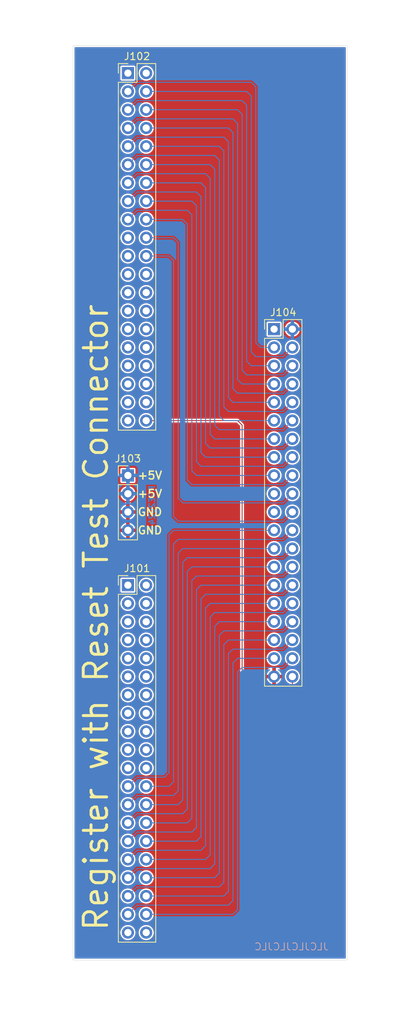
<source format=kicad_pcb>
(kicad_pcb (version 20240108) (generator "pcbnew") (generator_version "8.0")
  (title_block (title "Register with Reset Test Connector") (rev "0"))
  (layers (0 "F.Cu" signal) (31 "B.Cu" signal) (34 "B.Paste" user) (35 "F.Paste" user) (36 "B.SilkS" user "B.Silkscreen") (37 "F.SilkS" user "F.Silkscreen") (38 "B.Mask" user) (39 "F.Mask" user) (44 "Edge.Cuts" user))
  (net 0 "")
  (net 4 "/Reg0.Out6")
  (net 7 "/Reg0.Out2")
  (net 8 "/Reg1.Out2")
  (net 9 "/Reg0.Out7")
  (net 13 "/Reg0.Out0")
  (net 15 "/Reg1.Out0")
  (net 17 "/Reg1.Out7")
  (net 18 "/Reg0.Out4")
  (net 21 "/Reg1.Out5")
  (net 24 "/Reg1.Out4")
  (net 25 "/Reg1.Out1")
  (net 26 "/Reg0.Out1")
  (net 31 "/Reg1.Out6")
  (net 35 "/Reg0.Out5")
  (net 36 "/Reg1.Out3")
  (net 38 "/Reg0.Out3")
  (net 41 "/Reg0.In3")
  (net 42 "/Reg0.In7")
  (net 45 "/Reg1.In0")
  (net 46 "/Reg1.In6")
  (net 47 "/Reg0.In2")
  (net 49 "/~{OE}")
  (net 52 "/Reg0.In0")
  (net 53 "/~{RESET}")
  (net 54 "/Reg0.In1")
  (net 61 "/Reg1.In3")
  (net 62 "/Reg0.In4")
  (net 63 "/Reg1.In7")
  (net 64 "/Reg1.In2")
  (net 66 "/Reg1.In1")
  (net 68 "/CLK")
  (net 69 "/Reg1.In5")
  (net 74 "/Reg0.In5")
  (net 76 "/Reg1.In4")
  (net 78 "/Reg0.In6")
  (net 81 "+5V")
  (net 82 "GND")
  (footprint "Connector_PinHeader_2.54mm:PinHeader_2x20_P2.54mm_Vertical" (layer "F.Cu") (at 109.22 121.92)
    (property "Reference" "J101" (at 1.27 -2.33 0) (layer "F.SilkS"))
    (property "Value" "Conn_02x20_Odd_Even")
    (fp_line (start -1.33 -1.33) (end 0 -1.33) (stroke (width 0.12)) (layer "F.SilkS"))
    (fp_line (start -1.33 0) (end -1.33 -1.33) (stroke (width 0.12)) (layer "F.SilkS"))
    (fp_line (start -1.33 1.27) (end -1.33 49.59) (stroke (width 0.12)) (layer "F.SilkS"))
    (fp_line (start -1.33 1.27) (end 1.27 1.27) (stroke (width 0.12)) (layer "F.SilkS"))
    (fp_line (start -1.33 49.59) (end 3.87 49.59) (stroke (width 0.12)) (layer "F.SilkS"))
    (fp_line (start 1.27 -1.33) (end 3.87 -1.33) (stroke (width 0.12)) (layer "F.SilkS"))
    (fp_line (start 1.27 1.27) (end 1.27 -1.33) (stroke (width 0.12)) (layer "F.SilkS"))
    (fp_line (start 3.87 -1.33) (end 3.87 49.59) (stroke (width 0.12)) (layer "F.SilkS"))
    (pad "1" thru_hole rect (at 0 0) (size 1.7 1.7) (drill 1) (layers "*.Cu" "*.Mask"))
    (pad "2" thru_hole oval (at 2.54 0) (size 1.7 1.7) (drill 1) (layers "*.Cu" "*.Mask"))
    (pad "3" thru_hole oval (at 0 2.54) (size 1.7 1.7) (drill 1) (layers "*.Cu" "*.Mask"))
    (pad "4" thru_hole oval (at 2.54 2.54) (size 1.7 1.7) (drill 1) (layers "*.Cu" "*.Mask"))
    (pad "5" thru_hole oval (at 0 5.08) (size 1.7 1.7) (drill 1) (layers "*.Cu" "*.Mask"))
    (pad "6" thru_hole oval (at 2.54 5.08) (size 1.7 1.7) (drill 1) (layers "*.Cu" "*.Mask"))
    (pad "7" thru_hole oval (at 0 7.62) (size 1.7 1.7) (drill 1) (layers "*.Cu" "*.Mask"))
    (pad "8" thru_hole oval (at 2.54 7.62) (size 1.7 1.7) (drill 1) (layers "*.Cu" "*.Mask"))
    (pad "9" thru_hole oval (at 0 10.16) (size 1.7 1.7) (drill 1) (layers "*.Cu" "*.Mask"))
    (pad "10" thru_hole oval (at 2.54 10.16) (size 1.7 1.7) (drill 1) (layers "*.Cu" "*.Mask"))
    (pad "11" thru_hole oval (at 0 12.7) (size 1.7 1.7) (drill 1) (layers "*.Cu" "*.Mask"))
    (pad "12" thru_hole oval (at 2.54 12.7) (size 1.7 1.7) (drill 1) (layers "*.Cu" "*.Mask"))
    (pad "13" thru_hole oval (at 0 15.24) (size 1.7 1.7) (drill 1) (layers "*.Cu" "*.Mask"))
    (pad "14" thru_hole oval (at 2.54 15.24) (size 1.7 1.7) (drill 1) (layers "*.Cu" "*.Mask"))
    (pad "15" thru_hole oval (at 0 17.78) (size 1.7 1.7) (drill 1) (layers "*.Cu" "*.Mask"))
    (pad "16" thru_hole oval (at 2.54 17.78) (size 1.7 1.7) (drill 1) (layers "*.Cu" "*.Mask"))
    (pad "17" thru_hole oval (at 0 20.32) (size 1.7 1.7) (drill 1) (layers "*.Cu" "*.Mask"))
    (pad "18" thru_hole oval (at 2.54 20.32) (size 1.7 1.7) (drill 1) (layers "*.Cu" "*.Mask"))
    (pad "19" thru_hole oval (at 0 22.86) (size 1.7 1.7) (drill 1) (layers "*.Cu" "*.Mask"))
    (pad "20" thru_hole oval (at 2.54 22.86) (size 1.7 1.7) (drill 1) (layers "*.Cu" "*.Mask"))
    (pad "21" thru_hole oval (at 0 25.4) (size 1.7 1.7) (drill 1) (layers "*.Cu" "*.Mask"))
    (pad "22" thru_hole oval (at 2.54 25.4) (size 1.7 1.7) (drill 1) (layers "*.Cu" "*.Mask"))
    (pad "23" thru_hole oval (at 0 27.94) (size 1.7 1.7) (drill 1) (layers "*.Cu" "*.Mask") (net 13 "/Reg0.Out0"))
    (pad "24" thru_hole oval (at 2.54 27.94) (size 1.7 1.7) (drill 1) (layers "*.Cu" "*.Mask") (net 26 "/Reg0.Out1"))
    (pad "25" thru_hole oval (at 0 30.48) (size 1.7 1.7) (drill 1) (layers "*.Cu" "*.Mask") (net 7 "/Reg0.Out2"))
    (pad "26" thru_hole oval (at 2.54 30.48) (size 1.7 1.7) (drill 1) (layers "*.Cu" "*.Mask") (net 38 "/Reg0.Out3"))
    (pad "27" thru_hole oval (at 0 33.02) (size 1.7 1.7) (drill 1) (layers "*.Cu" "*.Mask") (net 18 "/Reg0.Out4"))
    (pad "28" thru_hole oval (at 2.54 33.02) (size 1.7 1.7) (drill 1) (layers "*.Cu" "*.Mask") (net 35 "/Reg0.Out5"))
    (pad "29" thru_hole oval (at 0 35.56) (size 1.7 1.7) (drill 1) (layers "*.Cu" "*.Mask") (net 4 "/Reg0.Out6"))
    (pad "30" thru_hole oval (at 2.54 35.56) (size 1.7 1.7) (drill 1) (layers "*.Cu" "*.Mask") (net 9 "/Reg0.Out7"))
    (pad "31" thru_hole oval (at 0 38.1) (size 1.7 1.7) (drill 1) (layers "*.Cu" "*.Mask") (net 15 "/Reg1.Out0"))
    (pad "32" thru_hole oval (at 2.54 38.1) (size 1.7 1.7) (drill 1) (layers "*.Cu" "*.Mask") (net 25 "/Reg1.Out1"))
    (pad "33" thru_hole oval (at 0 40.64) (size 1.7 1.7) (drill 1) (layers "*.Cu" "*.Mask") (net 8 "/Reg1.Out2"))
    (pad "34" thru_hole oval (at 2.54 40.64) (size 1.7 1.7) (drill 1) (layers "*.Cu" "*.Mask") (net 36 "/Reg1.Out3"))
    (pad "35" thru_hole oval (at 0 43.18) (size 1.7 1.7) (drill 1) (layers "*.Cu" "*.Mask") (net 24 "/Reg1.Out4"))
    (pad "36" thru_hole oval (at 2.54 43.18) (size 1.7 1.7) (drill 1) (layers "*.Cu" "*.Mask") (net 21 "/Reg1.Out5"))
    (pad "37" thru_hole oval (at 0 45.72) (size 1.7 1.7) (drill 1) (layers "*.Cu" "*.Mask") (net 31 "/Reg1.Out6"))
    (pad "38" thru_hole oval (at 2.54 45.72) (size 1.7 1.7) (drill 1) (layers "*.Cu" "*.Mask") (net 17 "/Reg1.Out7"))
    (pad "39" thru_hole oval (at 0 48.26) (size 1.7 1.7) (drill 1) (layers "*.Cu" "*.Mask"))
    (pad "40" thru_hole oval (at 2.54 48.26) (size 1.7 1.7) (drill 1) (layers "*.Cu" "*.Mask"))
  )
  (footprint "Connector_PinHeader_2.54mm:PinHeader_2x20_P2.54mm_Vertical" (layer "F.Cu") (at 129.54 86.36)
    (property "Reference" "J104" (at 1.27 -2.33 0) (layer "F.SilkS"))
    (property "Value" "Conn_02x20_Odd_Even")
    (fp_line (start -1.33 -1.33) (end 0 -1.33) (stroke (width 0.12)) (layer "F.SilkS"))
    (fp_line (start -1.33 0) (end -1.33 -1.33) (stroke (width 0.12)) (layer "F.SilkS"))
    (fp_line (start -1.33 1.27) (end -1.33 49.59) (stroke (width 0.12)) (layer "F.SilkS"))
    (fp_line (start -1.33 1.27) (end 1.27 1.27) (stroke (width 0.12)) (layer "F.SilkS"))
    (fp_line (start -1.33 49.59) (end 3.87 49.59) (stroke (width 0.12)) (layer "F.SilkS"))
    (fp_line (start 1.27 -1.33) (end 3.87 -1.33) (stroke (width 0.12)) (layer "F.SilkS"))
    (fp_line (start 1.27 1.27) (end 1.27 -1.33) (stroke (width 0.12)) (layer "F.SilkS"))
    (fp_line (start 3.87 -1.33) (end 3.87 49.59) (stroke (width 0.12)) (layer "F.SilkS"))
    (pad "1" thru_hole rect (at 0 0) (size 1.7 1.7) (drill 1) (layers "*.Cu" "*.Mask"))
    (pad "2" thru_hole oval (at 2.54 0) (size 1.7 1.7) (drill 1) (layers "*.Cu" "*.Mask") (net 81 "+5V"))
    (pad "3" thru_hole oval (at 0 2.54) (size 1.7 1.7) (drill 1) (layers "*.Cu" "*.Mask") (net 52 "/Reg0.In0"))
    (pad "4" thru_hole oval (at 2.54 2.54) (size 1.7 1.7) (drill 1) (layers "*.Cu" "*.Mask") (net 54 "/Reg0.In1"))
    (pad "5" thru_hole oval (at 0 5.08) (size 1.7 1.7) (drill 1) (layers "*.Cu" "*.Mask") (net 47 "/Reg0.In2"))
    (pad "6" thru_hole oval (at 2.54 5.08) (size 1.7 1.7) (drill 1) (layers "*.Cu" "*.Mask") (net 41 "/Reg0.In3"))
    (pad "7" thru_hole oval (at 0 7.62) (size 1.7 1.7) (drill 1) (layers "*.Cu" "*.Mask") (net 62 "/Reg0.In4"))
    (pad "8" thru_hole oval (at 2.54 7.62) (size 1.7 1.7) (drill 1) (layers "*.Cu" "*.Mask") (net 74 "/Reg0.In5"))
    (pad "9" thru_hole oval (at 0 10.16) (size 1.7 1.7) (drill 1) (layers "*.Cu" "*.Mask") (net 78 "/Reg0.In6"))
    (pad "10" thru_hole oval (at 2.54 10.16) (size 1.7 1.7) (drill 1) (layers "*.Cu" "*.Mask") (net 42 "/Reg0.In7"))
    (pad "11" thru_hole oval (at 0 12.7) (size 1.7 1.7) (drill 1) (layers "*.Cu" "*.Mask") (net 45 "/Reg1.In0"))
    (pad "12" thru_hole oval (at 2.54 12.7) (size 1.7 1.7) (drill 1) (layers "*.Cu" "*.Mask") (net 66 "/Reg1.In1"))
    (pad "13" thru_hole oval (at 0 15.24) (size 1.7 1.7) (drill 1) (layers "*.Cu" "*.Mask") (net 64 "/Reg1.In2"))
    (pad "14" thru_hole oval (at 2.54 15.24) (size 1.7 1.7) (drill 1) (layers "*.Cu" "*.Mask") (net 61 "/Reg1.In3"))
    (pad "15" thru_hole oval (at 0 17.78) (size 1.7 1.7) (drill 1) (layers "*.Cu" "*.Mask") (net 76 "/Reg1.In4"))
    (pad "16" thru_hole oval (at 2.54 17.78) (size 1.7 1.7) (drill 1) (layers "*.Cu" "*.Mask") (net 69 "/Reg1.In5"))
    (pad "17" thru_hole oval (at 0 20.32) (size 1.7 1.7) (drill 1) (layers "*.Cu" "*.Mask") (net 46 "/Reg1.In6"))
    (pad "18" thru_hole oval (at 2.54 20.32) (size 1.7 1.7) (drill 1) (layers "*.Cu" "*.Mask") (net 63 "/Reg1.In7"))
    (pad "19" thru_hole oval (at 0 22.86) (size 1.7 1.7) (drill 1) (layers "*.Cu" "*.Mask"))
    (pad "20" thru_hole oval (at 2.54 22.86) (size 1.7 1.7) (drill 1) (layers "*.Cu" "*.Mask") (net 53 "/~{RESET}"))
    (pad "21" thru_hole oval (at 0 25.4) (size 1.7 1.7) (drill 1) (layers "*.Cu" "*.Mask"))
    (pad "22" thru_hole oval (at 2.54 25.4) (size 1.7 1.7) (drill 1) (layers "*.Cu" "*.Mask") (net 68 "/CLK"))
    (pad "23" thru_hole oval (at 0 27.94) (size 1.7 1.7) (drill 1) (layers "*.Cu" "*.Mask") (net 13 "/Reg0.Out0"))
    (pad "24" thru_hole oval (at 2.54 27.94) (size 1.7 1.7) (drill 1) (layers "*.Cu" "*.Mask") (net 26 "/Reg0.Out1"))
    (pad "25" thru_hole oval (at 0 30.48) (size 1.7 1.7) (drill 1) (layers "*.Cu" "*.Mask") (net 7 "/Reg0.Out2"))
    (pad "26" thru_hole oval (at 2.54 30.48) (size 1.7 1.7) (drill 1) (layers "*.Cu" "*.Mask") (net 38 "/Reg0.Out3"))
    (pad "27" thru_hole oval (at 0 33.02) (size 1.7 1.7) (drill 1) (layers "*.Cu" "*.Mask") (net 18 "/Reg0.Out4"))
    (pad "28" thru_hole oval (at 2.54 33.02) (size 1.7 1.7) (drill 1) (layers "*.Cu" "*.Mask") (net 35 "/Reg0.Out5"))
    (pad "29" thru_hole oval (at 0 35.56) (size 1.7 1.7) (drill 1) (layers "*.Cu" "*.Mask") (net 4 "/Reg0.Out6"))
    (pad "30" thru_hole oval (at 2.54 35.56) (size 1.7 1.7) (drill 1) (layers "*.Cu" "*.Mask") (net 9 "/Reg0.Out7"))
    (pad "31" thru_hole oval (at 0 38.1) (size 1.7 1.7) (drill 1) (layers "*.Cu" "*.Mask") (net 15 "/Reg1.Out0"))
    (pad "32" thru_hole oval (at 2.54 38.1) (size 1.7 1.7) (drill 1) (layers "*.Cu" "*.Mask") (net 25 "/Reg1.Out1"))
    (pad "33" thru_hole oval (at 0 40.64) (size 1.7 1.7) (drill 1) (layers "*.Cu" "*.Mask") (net 8 "/Reg1.Out2"))
    (pad "34" thru_hole oval (at 2.54 40.64) (size 1.7 1.7) (drill 1) (layers "*.Cu" "*.Mask") (net 36 "/Reg1.Out3"))
    (pad "35" thru_hole oval (at 0 43.18) (size 1.7 1.7) (drill 1) (layers "*.Cu" "*.Mask") (net 24 "/Reg1.Out4"))
    (pad "36" thru_hole oval (at 2.54 43.18) (size 1.7 1.7) (drill 1) (layers "*.Cu" "*.Mask") (net 21 "/Reg1.Out5"))
    (pad "37" thru_hole oval (at 0 45.72) (size 1.7 1.7) (drill 1) (layers "*.Cu" "*.Mask") (net 31 "/Reg1.Out6"))
    (pad "38" thru_hole oval (at 2.54 45.72) (size 1.7 1.7) (drill 1) (layers "*.Cu" "*.Mask") (net 17 "/Reg1.Out7"))
    (pad "39" thru_hole oval (at 0 48.26) (size 1.7 1.7) (drill 1) (layers "*.Cu" "*.Mask") (net 82 "GND"))
    (pad "40" thru_hole oval (at 2.54 48.26) (size 1.7 1.7) (drill 1) (layers "*.Cu" "*.Mask") (net 49 "/~{OE}"))
  )
  (footprint "Connector_PinHeader_2.54mm:PinHeader_2x20_P2.54mm_Vertical" (layer "F.Cu") (at 109.22 50.8)
    (property "Reference" "J102" (at 1.27 -2.33 0) (layer "F.SilkS"))
    (property "Value" "Conn_02x20_Odd_Even")
    (fp_line (start -1.33 -1.33) (end 0 -1.33) (stroke (width 0.12)) (layer "F.SilkS"))
    (fp_line (start -1.33 0) (end -1.33 -1.33) (stroke (width 0.12)) (layer "F.SilkS"))
    (fp_line (start -1.33 1.27) (end -1.33 49.59) (stroke (width 0.12)) (layer "F.SilkS"))
    (fp_line (start -1.33 1.27) (end 1.27 1.27) (stroke (width 0.12)) (layer "F.SilkS"))
    (fp_line (start -1.33 49.59) (end 3.87 49.59) (stroke (width 0.12)) (layer "F.SilkS"))
    (fp_line (start 1.27 -1.33) (end 3.87 -1.33) (stroke (width 0.12)) (layer "F.SilkS"))
    (fp_line (start 1.27 1.27) (end 1.27 -1.33) (stroke (width 0.12)) (layer "F.SilkS"))
    (fp_line (start 3.87 -1.33) (end 3.87 49.59) (stroke (width 0.12)) (layer "F.SilkS"))
    (pad "1" thru_hole rect (at 0 0) (size 1.7 1.7) (drill 1) (layers "*.Cu" "*.Mask"))
    (pad "2" thru_hole oval (at 2.54 0) (size 1.7 1.7) (drill 1) (layers "*.Cu" "*.Mask"))
    (pad "3" thru_hole oval (at 0 2.54) (size 1.7 1.7) (drill 1) (layers "*.Cu" "*.Mask") (net 52 "/Reg0.In0"))
    (pad "4" thru_hole oval (at 2.54 2.54) (size 1.7 1.7) (drill 1) (layers "*.Cu" "*.Mask") (net 54 "/Reg0.In1"))
    (pad "5" thru_hole oval (at 0 5.08) (size 1.7 1.7) (drill 1) (layers "*.Cu" "*.Mask") (net 47 "/Reg0.In2"))
    (pad "6" thru_hole oval (at 2.54 5.08) (size 1.7 1.7) (drill 1) (layers "*.Cu" "*.Mask") (net 41 "/Reg0.In3"))
    (pad "7" thru_hole oval (at 0 7.62) (size 1.7 1.7) (drill 1) (layers "*.Cu" "*.Mask") (net 62 "/Reg0.In4"))
    (pad "8" thru_hole oval (at 2.54 7.62) (size 1.7 1.7) (drill 1) (layers "*.Cu" "*.Mask") (net 74 "/Reg0.In5"))
    (pad "9" thru_hole oval (at 0 10.16) (size 1.7 1.7) (drill 1) (layers "*.Cu" "*.Mask") (net 78 "/Reg0.In6"))
    (pad "10" thru_hole oval (at 2.54 10.16) (size 1.7 1.7) (drill 1) (layers "*.Cu" "*.Mask") (net 42 "/Reg0.In7"))
    (pad "11" thru_hole oval (at 0 12.7) (size 1.7 1.7) (drill 1) (layers "*.Cu" "*.Mask") (net 45 "/Reg1.In0"))
    (pad "12" thru_hole oval (at 2.54 12.7) (size 1.7 1.7) (drill 1) (layers "*.Cu" "*.Mask") (net 66 "/Reg1.In1"))
    (pad "13" thru_hole oval (at 0 15.24) (size 1.7 1.7) (drill 1) (layers "*.Cu" "*.Mask") (net 64 "/Reg1.In2"))
    (pad "14" thru_hole oval (at 2.54 15.24) (size 1.7 1.7) (drill 1) (layers "*.Cu" "*.Mask") (net 61 "/Reg1.In3"))
    (pad "15" thru_hole oval (at 0 17.78) (size 1.7 1.7) (drill 1) (layers "*.Cu" "*.Mask") (net 76 "/Reg1.In4"))
    (pad "16" thru_hole oval (at 2.54 17.78) (size 1.7 1.7) (drill 1) (layers "*.Cu" "*.Mask") (net 69 "/Reg1.In5"))
    (pad "17" thru_hole oval (at 0 20.32) (size 1.7 1.7) (drill 1) (layers "*.Cu" "*.Mask") (net 46 "/Reg1.In6"))
    (pad "18" thru_hole oval (at 2.54 20.32) (size 1.7 1.7) (drill 1) (layers "*.Cu" "*.Mask") (net 63 "/Reg1.In7"))
    (pad "19" thru_hole oval (at 0 22.86) (size 1.7 1.7) (drill 1) (layers "*.Cu" "*.Mask"))
    (pad "20" thru_hole oval (at 2.54 22.86) (size 1.7 1.7) (drill 1) (layers "*.Cu" "*.Mask") (net 53 "/~{RESET}"))
    (pad "21" thru_hole oval (at 0 25.4) (size 1.7 1.7) (drill 1) (layers "*.Cu" "*.Mask"))
    (pad "22" thru_hole oval (at 2.54 25.4) (size 1.7 1.7) (drill 1) (layers "*.Cu" "*.Mask") (net 68 "/CLK"))
    (pad "23" thru_hole oval (at 0 27.94) (size 1.7 1.7) (drill 1) (layers "*.Cu" "*.Mask"))
    (pad "24" thru_hole oval (at 2.54 27.94) (size 1.7 1.7) (drill 1) (layers "*.Cu" "*.Mask"))
    (pad "25" thru_hole oval (at 0 30.48) (size 1.7 1.7) (drill 1) (layers "*.Cu" "*.Mask"))
    (pad "26" thru_hole oval (at 2.54 30.48) (size 1.7 1.7) (drill 1) (layers "*.Cu" "*.Mask"))
    (pad "27" thru_hole oval (at 0 33.02) (size 1.7 1.7) (drill 1) (layers "*.Cu" "*.Mask"))
    (pad "28" thru_hole oval (at 2.54 33.02) (size 1.7 1.7) (drill 1) (layers "*.Cu" "*.Mask"))
    (pad "29" thru_hole oval (at 0 35.56) (size 1.7 1.7) (drill 1) (layers "*.Cu" "*.Mask"))
    (pad "30" thru_hole oval (at 2.54 35.56) (size 1.7 1.7) (drill 1) (layers "*.Cu" "*.Mask"))
    (pad "31" thru_hole oval (at 0 38.1) (size 1.7 1.7) (drill 1) (layers "*.Cu" "*.Mask"))
    (pad "32" thru_hole oval (at 2.54 38.1) (size 1.7 1.7) (drill 1) (layers "*.Cu" "*.Mask"))
    (pad "33" thru_hole oval (at 0 40.64) (size 1.7 1.7) (drill 1) (layers "*.Cu" "*.Mask"))
    (pad "34" thru_hole oval (at 2.54 40.64) (size 1.7 1.7) (drill 1) (layers "*.Cu" "*.Mask"))
    (pad "35" thru_hole oval (at 0 43.18) (size 1.7 1.7) (drill 1) (layers "*.Cu" "*.Mask"))
    (pad "36" thru_hole oval (at 2.54 43.18) (size 1.7 1.7) (drill 1) (layers "*.Cu" "*.Mask"))
    (pad "37" thru_hole oval (at 0 45.72) (size 1.7 1.7) (drill 1) (layers "*.Cu" "*.Mask"))
    (pad "38" thru_hole oval (at 2.54 45.72) (size 1.7 1.7) (drill 1) (layers "*.Cu" "*.Mask"))
    (pad "39" thru_hole oval (at 0 48.26) (size 1.7 1.7) (drill 1) (layers "*.Cu" "*.Mask"))
    (pad "40" thru_hole oval (at 2.54 48.26) (size 1.7 1.7) (drill 1) (layers "*.Cu" "*.Mask") (net 49 "/~{OE}"))
  )
  (footprint "Connector_PinHeader_2.54mm:PinHeader_1x04_P2.54mm_Vertical" (layer "F.Cu") (at 109.22 106.68)
    (property "Reference" "J103" (at 0 -2.33 0) (layer "F.SilkS"))
    (property "Value" "Conn_01x04")
    (fp_line (start -1.33 -1.33) (end 0 -1.33) (stroke (width 0.12)) (layer "F.SilkS"))
    (fp_line (start -1.33 0) (end -1.33 -1.33) (stroke (width 0.12)) (layer "F.SilkS"))
    (fp_line (start -1.33 1.27) (end -1.33 8.95) (stroke (width 0.12)) (layer "F.SilkS"))
    (fp_line (start -1.33 1.27) (end 1.33 1.27) (stroke (width 0.12)) (layer "F.SilkS"))
    (fp_line (start -1.33 8.95) (end 1.33 8.95) (stroke (width 0.12)) (layer "F.SilkS"))
    (fp_line (start 1.33 1.27) (end 1.33 8.95) (stroke (width 0.12)) (layer "F.SilkS"))
    (pad "1" thru_hole rect (at 0 0) (size 1.7 1.7) (drill 1) (layers "*.Cu" "*.Mask") (net 81 "+5V"))
    (pad "2" thru_hole oval (at 0 2.54) (size 1.7 1.7) (drill 1) (layers "*.Cu" "*.Mask") (net 81 "+5V"))
    (pad "3" thru_hole oval (at 0 5.08) (size 1.7 1.7) (drill 1) (layers "*.Cu" "*.Mask") (net 82 "GND"))
    (pad "4" thru_hole oval (at 0 7.62) (size 1.7 1.7) (drill 1) (layers "*.Cu" "*.Mask") (net 82 "GND"))
  )
  (gr_rect (start 101.6 46.99) (end 139.7 173.99) (stroke (width 0.05)) (fill none) (layer "Edge.Cuts"))
  (gr_text "RGE2024" (at 113.03 107.95 90) (layer "B.Cu") (effects (font (size 0.8128 0.8128) (thickness 0.2032) (bold yes)) (justify left bottom mirror)))
  (gr_text "JLCJLCJLCJLC" (at 137.16 172.72 0) (layer "B.SilkS") (effects (font (size 1 1) (thickness 0.1)) (justify left bottom mirror)))
  (gr_text "${TITLE}" (at 106.68 170.18 90) (layer "F.SilkS") (effects (font (size 3.2512 3.2512) (thickness 0.4064) (bold yes)) (justify left bottom)))
  (gr_text "+5V" (at 110.49 109.22 0) (layer "F.SilkS") (effects (font (size 1.0922 1.0922) (thickness 0.2032) (bold yes)) (justify left)))
  (gr_text "GND" (at 110.49 114.3 0) (layer "F.SilkS") (effects (font (size 1.0922 1.0922) (thickness 0.2032) (bold yes)) (justify left)))
  (gr_text "+5V" (at 110.49 106.68 0) (layer "F.SilkS") (effects (font (size 1.0922 1.0922) (thickness 0.2032) (bold yes)) (justify left)))
  (gr_text "GND" (at 110.49 111.76 0) (layer "F.SilkS") (effects (font (size 1.0922 1.0922) (thickness 0.2032) (bold yes)) (justify left)))
  (segment (start 119.38 121.92) (end 129.54 121.92) (width 0.127) (layer "B.Cu") (net 4))
  (segment (start 109.22 157.48) (end 110.49 156.21) (width 0.127) (layer "B.Cu") (net 4))
  (segment (start 118.745 122.555) (end 119.38 121.92) (width 0.127) (layer "B.Cu") (net 4))
  (segment (start 118.11 156.21) (end 118.745 155.575) (width 0.127) (layer "B.Cu") (net 4))
  (segment (start 118.745 155.575) (end 118.745 122.555) (width 0.127) (layer "B.Cu") (net 4))
  (segment (start 110.49 156.21) (end 118.11 156.21) (width 0.127) (layer "B.Cu") (net 4))
  (segment (start 116.205 150.495) (end 116.205 117.475) (width 0.127) (layer "B.Cu") (net 7))
  (segment (start 110.49 151.13) (end 115.57 151.13) (width 0.127) (layer "B.Cu") (net 7))
  (segment (start 115.57 151.13) (end 116.205 150.495) (width 0.127) (layer "B.Cu") (net 7))
  (segment (start 116.205 117.475) (end 116.84 116.84) (width 0.127) (layer "B.Cu") (net 7))
  (segment (start 109.22 152.4) (end 110.49 151.13) (width 0.127) (layer "B.Cu") (net 7))
  (segment (start 116.84 116.84) (end 129.54 116.84) (width 0.127) (layer "B.Cu") (net 7))
  (segment (start 120.65 161.29) (end 121.285 160.655) (width 0.127) (layer "B.Cu") (net 8))
  (segment (start 121.92 127) (end 129.54 127) (width 0.127) (layer "B.Cu") (net 8))
  (segment (start 110.49 161.29) (end 120.65 161.29) (width 0.127) (layer "B.Cu") (net 8))
  (segment (start 121.285 160.655) (end 121.285 127.635) (width 0.127) (layer "B.Cu") (net 8))
  (segment (start 109.22 162.56) (end 110.49 161.29) (width 0.127) (layer "B.Cu") (net 8))
  (segment (start 121.285 127.635) (end 121.92 127) (width 0.127) (layer "B.Cu") (net 8))
  (segment (start 118.745 157.48) (end 111.76 157.48) (width 0.127) (layer "B.Cu") (net 9))
  (segment (start 132.08 121.92) (end 130.81 123.19) (width 0.127) (layer "B.Cu") (net 9))
  (segment (start 130.81 123.19) (end 120.015 123.19) (width 0.127) (layer "B.Cu") (net 9))
  (segment (start 119.38 123.825) (end 119.38 156.845) (width 0.127) (layer "B.Cu") (net 9))
  (segment (start 120.015 123.19) (end 119.38 123.825) (width 0.127) (layer "B.Cu") (net 9))
  (segment (start 119.38 156.845) (end 118.745 157.48) (width 0.127) (layer "B.Cu") (net 9))
  (segment (start 110.49 148.59) (end 114.3 148.59) (width 0.127) (layer "B.Cu") (net 13))
  (segment (start 114.935 114.935) (end 115.57 114.3) (width 0.127) (layer "B.Cu") (net 13))
  (segment (start 114.3 148.59) (end 114.935 147.955) (width 0.127) (layer "B.Cu") (net 13))
  (segment (start 109.22 149.86) (end 110.49 148.59) (width 0.127) (layer "B.Cu") (net 13))
  (segment (start 114.935 147.955) (end 114.935 114.935) (width 0.127) (layer "B.Cu") (net 13))
  (segment (start 115.57 114.3) (end 129.54 114.3) (width 0.127) (layer "B.Cu") (net 13))
  (segment (start 119.38 158.75) (end 110.49 158.75) (width 0.127) (layer "B.Cu") (net 15))
  (segment (start 129.54 124.46) (end 120.65 124.46) (width 0.127) (layer "B.Cu") (net 15))
  (segment (start 110.49 158.75) (end 109.22 160.02) (width 0.127) (layer "B.Cu") (net 15))
  (segment (start 120.015 158.115) (end 119.38 158.75) (width 0.127) (layer "B.Cu") (net 15))
  (segment (start 120.65 124.46) (end 120.015 125.095) (width 0.127) (layer "B.Cu") (net 15))
  (segment (start 120.015 125.095) (end 120.015 158.115) (width 0.127) (layer "B.Cu") (net 15))
  (segment (start 130.81 133.35) (end 132.08 132.08) (width 0.127) (layer "B.Cu") (net 17))
  (segment (start 125.095 133.35) (end 130.81 133.35) (width 0.127) (layer "B.Cu") (net 17))
  (segment (start 124.46 133.985) (end 125.095 133.35) (width 0.127) (layer "B.Cu") (net 17))
  (segment (start 111.76 167.64) (end 123.825 167.64) (width 0.127) (layer "B.Cu") (net 17))
  (segment (start 124.46 167.005) (end 124.46 133.985) (width 0.127) (layer "B.Cu") (net 17))
  (segment (start 123.825 167.64) (end 124.46 167.005) (width 0.127) (layer "B.Cu") (net 17))
  (segment (start 110.49 153.67) (end 116.84 153.67) (width 0.127) (layer "B.Cu") (net 18))
  (segment (start 109.22 154.94) (end 110.49 153.67) (width 0.127) (layer "B.Cu") (net 18))
  (segment (start 117.475 153.035) (end 117.475 120.015) (width 0.127) (layer "B.Cu") (net 18))
  (segment (start 118.11 119.38) (end 129.54 119.38) (width 0.127) (layer "B.Cu") (net 18))
  (segment (start 116.84 153.67) (end 117.475 153.035) (width 0.127) (layer "B.Cu") (net 18))
  (segment (start 117.475 120.015) (end 118.11 119.38) (width 0.127) (layer "B.Cu") (net 18))
  (segment (start 123.19 164.465) (end 123.19 131.445) (width 0.127) (layer "B.Cu") (net 21))
  (segment (start 111.76 165.1) (end 122.555 165.1) (width 0.127) (layer "B.Cu") (net 21))
  (segment (start 122.555 165.1) (end 123.19 164.465) (width 0.127) (layer "B.Cu") (net 21))
  (segment (start 123.825 130.81) (end 130.81 130.81) (width 0.127) (layer "B.Cu") (net 21))
  (segment (start 123.19 131.445) (end 123.825 130.81) (width 0.127) (layer "B.Cu") (net 21))
  (segment (start 130.81 130.81) (end 132.08 129.54) (width 0.127) (layer "B.Cu") (net 21))
  (segment (start 122.555 130.175) (end 122.555 163.195) (width 0.127) (layer "B.Cu") (net 24))
  (segment (start 121.92 163.83) (end 110.49 163.83) (width 0.127) (layer "B.Cu") (net 24))
  (segment (start 123.19 129.54) (end 122.555 130.175) (width 0.127) (layer "B.Cu") (net 24))
  (segment (start 129.54 129.54) (end 123.19 129.54) (width 0.127) (layer "B.Cu") (net 24))
  (segment (start 110.49 163.83) (end 109.22 165.1) (width 0.127) (layer "B.Cu") (net 24))
  (segment (start 122.555 163.195) (end 121.92 163.83) (width 0.127) (layer "B.Cu") (net 24))
  (segment (start 120.65 159.385) (end 120.015 160.02) (width 0.127) (layer "B.Cu") (net 25))
  (segment (start 130.81 125.73) (end 121.285 125.73) (width 0.127) (layer "B.Cu") (net 25))
  (segment (start 120.015 160.02) (end 111.76 160.02) (width 0.127) (layer "B.Cu") (net 25))
  (segment (start 132.08 124.46) (end 130.81 125.73) (width 0.127) (layer "B.Cu") (net 25))
  (segment (start 121.285 125.73) (end 120.65 126.365) (width 0.127) (layer "B.Cu") (net 25))
  (segment (start 120.65 126.365) (end 120.65 159.385) (width 0.127) (layer "B.Cu") (net 25))
  (segment (start 116.205 115.57) (end 115.57 116.205) (width 0.127) (layer "B.Cu") (net 26))
  (segment (start 115.57 116.205) (end 115.57 149.225) (width 0.127) (layer "B.Cu") (net 26))
  (segment (start 115.57 149.225) (end 114.935 149.86) (width 0.127) (layer "B.Cu") (net 26))
  (segment (start 114.935 149.86) (end 111.76 149.86) (width 0.127) (layer "B.Cu") (net 26))
  (segment (start 132.08 114.3) (end 130.81 115.57) (width 0.127) (layer "B.Cu") (net 26))
  (segment (start 130.81 115.57) (end 116.205 115.57) (width 0.127) (layer "B.Cu") (net 26))
  (segment (start 124.46 132.08) (end 123.825 132.715) (width 0.127) (layer "B.Cu") (net 31))
  (segment (start 123.825 165.735) (end 123.19 166.37) (width 0.127) (layer "B.Cu") (net 31))
  (segment (start 123.19 166.37) (end 110.49 166.37) (width 0.127) (layer "B.Cu") (net 31))
  (segment (start 129.54 132.08) (end 124.46 132.08) (width 0.127) (layer "B.Cu") (net 31))
  (segment (start 123.825 132.715) (end 123.825 165.735) (width 0.127) (layer "B.Cu") (net 31))
  (segment (start 110.49 166.37) (end 109.22 167.64) (width 0.127) (layer "B.Cu") (net 31))
  (segment (start 118.11 121.285) (end 118.11 154.305) (width 0.127) (layer "B.Cu") (net 35))
  (segment (start 118.745 120.65) (end 118.11 121.285) (width 0.127) (layer "B.Cu") (net 35))
  (segment (start 132.08 119.38) (end 130.81 120.65) (width 0.127) (layer "B.Cu") (net 35))
  (segment (start 130.81 120.65) (end 118.745 120.65) (width 0.127) (layer "B.Cu") (net 35))
  (segment (start 118.11 154.305) (end 117.475 154.94) (width 0.127) (layer "B.Cu") (net 35))
  (segment (start 117.475 154.94) (end 111.76 154.94) (width 0.127) (layer "B.Cu") (net 35))
  (segment (start 132.08 127) (end 130.81 128.27) (width 0.127) (layer "B.Cu") (net 36))
  (segment (start 121.92 161.925) (end 121.285 162.56) (width 0.127) (layer "B.Cu") (net 36))
  (segment (start 121.92 128.905) (end 121.92 161.925) (width 0.127) (layer "B.Cu") (net 36))
  (segment (start 122.555 128.27) (end 121.92 128.905) (width 0.127) (layer "B.Cu") (net 36))
  (segment (start 121.285 162.56) (end 111.76 162.56) (width 0.127) (layer "B.Cu") (net 36))
  (segment (start 130.81 128.27) (end 122.555 128.27) (width 0.127) (layer "B.Cu") (net 36))
  (segment (start 132.08 116.84) (end 130.81 118.11) (width 0.127) (layer "B.Cu") (net 38))
  (segment (start 117.475 118.11) (end 116.84 118.745) (width 0.127) (layer "B.Cu") (net 38))
  (segment (start 130.81 118.11) (end 117.475 118.11) (width 0.127) (layer "B.Cu") (net 38))
  (segment (start 116.205 152.4) (end 111.76 152.4) (width 0.127) (layer "B.Cu") (net 38))
  (segment (start 116.84 118.745) (end 116.84 151.765) (width 0.127) (layer "B.Cu") (net 38))
  (segment (start 116.84 151.765) (end 116.205 152.4) (width 0.127) (layer "B.Cu") (net 38))
  (segment (start 125.095 92.075) (end 125.095 56.515) (width 0.127) (layer "B.Cu") (net 41))
  (segment (start 132.08 91.44) (end 130.81 92.71) (width 0.127) (layer "B.Cu") (net 41))
  (segment (start 125.095 56.515) (end 124.46 55.88) (width 0.127) (layer "B.Cu") (net 41))
  (segment (start 130.81 92.71) (end 125.73 92.71) (width 0.127) (layer "B.Cu") (net 41))
  (segment (start 125.73 92.71) (end 125.095 92.075) (width 0.127) (layer "B.Cu") (net 41))
  (segment (start 111.76 55.88) (end 124.46 55.88) (width 0.127) (layer "B.Cu") (net 41))
  (segment (start 123.19 97.79) (end 130.81 97.79) (width 0.127) (layer "B.Cu") (net 42))
  (segment (start 122.555 97.155) (end 123.19 97.79) (width 0.127) (layer "B.Cu") (net 42))
  (segment (start 130.81 97.79) (end 132.08 96.52) (width 0.127) (layer "B.Cu") (net 42))
  (segment (start 111.76 60.96) (end 121.92 60.96) (width 0.127) (layer "B.Cu") (net 42))
  (segment (start 122.555 61.595) (end 122.555 97.155) (width 0.127) (layer "B.Cu") (net 42))
  (segment (start 121.92 60.96) (end 122.555 61.595) (width 0.127) (layer "B.Cu") (net 42))
  (segment (start 129.54 99.06) (end 122.555 99.06) (width 0.127) (layer "B.Cu") (net 45))
  (segment (start 121.92 98.425) (end 121.92 62.865) (width 0.127) (layer "B.Cu") (net 45))
  (segment (start 109.22 63.5) (end 110.49 62.23) (width 0.127) (layer "B.Cu") (net 45))
  (segment (start 121.92 62.865) (end 121.285 62.23) (width 0.127) (layer "B.Cu") (net 45))
  (segment (start 110.49 62.23) (end 121.285 62.23) (width 0.127) (layer "B.Cu") (net 45))
  (segment (start 122.555 99.06) (end 121.92 98.425) (width 0.127) (layer "B.Cu") (net 45))
  (segment (start 118.745 106.68) (end 118.11 106.045) (width 0.127) (layer "B.Cu") (net 46))
  (segment (start 129.54 106.68) (end 118.745 106.68) (width 0.127) (layer "B.Cu") (net 46))
  (segment (start 118.11 70.485) (end 117.475 69.85) (width 0.127) (layer "B.Cu") (net 46))
  (segment (start 109.22 71.12) (end 110.49 69.85) (width 0.127) (layer "B.Cu") (net 46))
  (segment (start 110.49 69.85) (end 117.475 69.85) (width 0.127) (layer "B.Cu") (net 46))
  (segment (start 118.11 106.045) (end 118.11 70.485) (width 0.127) (layer "B.Cu") (net 46))
  (segment (start 125.73 55.245) (end 125.73 90.805) (width 0.127) (layer "B.Cu") (net 47))
  (segment (start 109.22 55.88) (end 110.49 54.61) (width 0.127) (layer "B.Cu") (net 47))
  (segment (start 110.49 54.61) (end 125.095 54.61) (width 0.127) (layer "B.Cu") (net 47))
  (segment (start 125.095 54.61) (end 125.73 55.245) (width 0.127) (layer "B.Cu") (net 47))
  (segment (start 126.365 91.44) (end 129.54 91.44) (width 0.127) (layer "B.Cu") (net 47))
  (segment (start 125.73 90.805) (end 126.365 91.44) (width 0.127) (layer "B.Cu") (net 47))
  (segment (start 125.73 137.16) (end 125.095 136.525) (width 0.127) (layer "F.Cu") (net 49))
  (segment (start 125.095 99.695) (end 124.46 99.06) (width 0.127) (layer "F.Cu") (net 49))
  (segment (start 132.08 134.62) (end 132.08 136.525) (width 0.127) (layer "F.Cu") (net 49))
  (segment (start 131.445 137.16) (end 125.73 137.16) (width 0.127) (layer "F.Cu") (net 49))
  (segment (start 132.08 136.525) (end 131.445 137.16) (width 0.127) (layer "F.Cu") (net 49))
  (segment (start 124.46 99.06) (end 111.76 99.06) (width 0.127) (layer "F.Cu") (net 49))
  (segment (start 125.095 136.525) (end 125.095 99.695) (width 0.127) (layer "F.Cu") (net 49))
  (segment (start 127 88.265) (end 127.635 88.9) (width 0.127) (layer "B.Cu") (net 52))
  (segment (start 127.635 88.9) (end 129.54 88.9) (width 0.127) (layer "B.Cu") (net 52))
  (segment (start 110.49 52.07) (end 126.365 52.07) (width 0.127) (layer "B.Cu") (net 52))
  (segment (start 109.22 53.34) (end 110.49 52.07) (width 0.127) (layer "B.Cu") (net 52))
  (segment (start 127 52.705) (end 127 88.265) (width 0.127) (layer "B.Cu") (net 52))
  (segment (start 126.365 52.07) (end 127 52.705) (width 0.127) (layer "B.Cu") (net 52))
  (segment (start 116.84 110.49) (end 130.81 110.49) (width 0.127) (layer "B.Cu") (net 53))
  (segment (start 116.205 74.295) (end 116.205 109.855) (width 0.127) (layer "B.Cu") (net 53))
  (segment (start 111.76 73.66) (end 115.57 73.66) (width 0.127) (layer "B.Cu") (net 53))
  (segment (start 116.205 109.855) (end 116.84 110.49) (width 0.127) (layer "B.Cu") (net 53))
  (segment (start 130.81 110.49) (end 132.08 109.22) (width 0.127) (layer "B.Cu") (net 53))
  (segment (start 115.57 73.66) (end 116.205 74.295) (width 0.127) (layer "B.Cu") (net 53))
  (segment (start 126.365 89.535) (end 126.365 53.975) (width 0.127) (layer "B.Cu") (net 54))
  (segment (start 127 90.17) (end 126.365 89.535) (width 0.127) (layer "B.Cu") (net 54))
  (segment (start 132.08 88.9) (end 130.81 90.17) (width 0.127) (layer "B.Cu") (net 54))
  (segment (start 130.81 90.17) (end 127 90.17) (width 0.127) (layer "B.Cu") (net 54))
  (segment (start 126.365 53.975) (end 125.73 53.34) (width 0.127) (layer "B.Cu") (net 54))
  (segment (start 111.76 53.34) (end 125.73 53.34) (width 0.127) (layer "B.Cu") (net 54))
  (segment (start 111.76 66.04) (end 119.38 66.04) (width 0.127) (layer "B.Cu") (net 61))
  (segment (start 120.015 102.235) (end 120.015 66.675) (width 0.127) (layer "B.Cu") (net 61))
  (segment (start 120.015 66.675) (end 119.38 66.04) (width 0.127) (layer "B.Cu") (net 61))
  (segment (start 132.08 101.6) (end 130.81 102.87) (width 0.127) (layer "B.Cu") (net 61))
  (segment (start 130.81 102.87) (end 120.65 102.87) (width 0.127) (layer "B.Cu") (net 61))
  (segment (start 120.65 102.87) (end 120.015 102.235) (width 0.127) (layer "B.Cu") (net 61))
  (segment (start 124.46 57.785) (end 123.825 57.15) (width 0.127) (layer "B.Cu") (net 62))
  (segment (start 109.22 58.42) (end 110.49 57.15) (width 0.127) (layer "B.Cu") (net 62))
  (segment (start 129.54 93.98) (end 125.095 93.98) (width 0.127) (layer "B.Cu") (net 62))
  (segment (start 124.46 93.345) (end 124.46 57.785) (width 0.127) (layer "B.Cu") (net 62))
  (segment (start 110.49 57.15) (end 123.825 57.15) (width 0.127) (layer "B.Cu") (net 62))
  (segment (start 125.095 93.98) (end 124.46 93.345) (width 0.127) (layer "B.Cu") (net 62))
  (segment (start 118.11 107.95) (end 117.475 107.315) (width 0.127) (layer "B.Cu") (net 63))
  (segment (start 130.81 107.95) (end 118.11 107.95) (width 0.127) (layer "B.Cu") (net 63))
  (segment (start 117.475 107.315) (end 117.475 71.755) (width 0.127) (layer "B.Cu") (net 63))
  (segment (start 117.475 71.755) (end 116.84 71.12) (width 0.127) (layer "B.Cu") (net 63))
  (segment (start 111.76 71.12) (end 116.84 71.12) (width 0.127) (layer "B.Cu") (net 63))
  (segment (start 132.08 106.68) (end 130.81 107.95) (width 0.127) (layer "B.Cu") (net 63))
  (segment (start 109.22 66.04) (end 110.49 64.77) (width 0.127) (layer "B.Cu") (net 64))
  (segment (start 110.49 64.77) (end 120.015 64.77) (width 0.127) (layer "B.Cu") (net 64))
  (segment (start 120.65 100.965) (end 121.285 101.6) (width 0.127) (layer "B.Cu") (net 64))
  (segment (start 121.285 101.6) (end 129.54 101.6) (width 0.127) (layer "B.Cu") (net 64))
  (segment (start 120.015 64.77) (end 120.65 65.405) (width 0.127) (layer "B.Cu") (net 64))
  (segment (start 120.65 65.405) (end 120.65 100.965) (width 0.127) (layer "B.Cu") (net 64))
  (segment (start 121.285 64.135) (end 121.285 99.695) (width 0.127) (layer "B.Cu") (net 66))
  (segment (start 120.65 63.5) (end 121.285 64.135) (width 0.127) (layer "B.Cu") (net 66))
  (segment (start 111.76 63.5) (end 120.65 63.5) (width 0.127) (layer "B.Cu") (net 66))
  (segment (start 130.81 100.33) (end 132.08 99.06) (width 0.127) (layer "B.Cu") (net 66))
  (segment (start 121.285 99.695) (end 121.92 100.33) (width 0.127) (layer "B.Cu") (net 66))
  (segment (start 121.92 100.33) (end 130.81 100.33) (width 0.127) (layer "B.Cu") (net 66))
  (segment (start 114.935 76.2) (end 111.76 76.2) (width 0.127) (layer "B.Cu") (net 68))
  (segment (start 132.08 111.76) (end 130.81 113.03) (width 0.127) (layer "B.Cu") (net 68))
  (segment (start 116.205 113.03) (end 115.57 112.395) (width 0.127) (layer "B.Cu") (net 68))
  (segment (start 115.57 76.835) (end 114.935 76.2) (width 0.127) (layer "B.Cu") (net 68))
  (segment (start 115.57 112.395) (end 115.57 76.835) (width 0.127) (layer "B.Cu") (net 68))
  (segment (start 130.81 113.03) (end 116.205 113.03) (width 0.127) (layer "B.Cu") (net 68))
  (segment (start 118.745 104.775) (end 118.745 69.215) (width 0.127) (layer "B.Cu") (net 69))
  (segment (start 119.38 105.41) (end 118.745 104.775) (width 0.127) (layer "B.Cu") (net 69))
  (segment (start 130.81 105.41) (end 119.38 105.41) (width 0.127) (layer "B.Cu") (net 69))
  (segment (start 118.745 69.215) (end 118.11 68.58) (width 0.127) (layer "B.Cu") (net 69))
  (segment (start 132.08 104.14) (end 130.81 105.41) (width 0.127) (layer "B.Cu") (net 69))
  (segment (start 111.76 68.58) (end 118.11 68.58) (width 0.127) (layer "B.Cu") (net 69))
  (segment (start 132.08 93.98) (end 130.81 95.25) (width 0.127) (layer "B.Cu") (net 74))
  (segment (start 130.81 95.25) (end 124.46 95.25) (width 0.127) (layer "B.Cu") (net 74))
  (segment (start 123.825 59.055) (end 123.19 58.42) (width 0.127) (layer "B.Cu") (net 74))
  (segment (start 111.76 58.42) (end 123.19 58.42) (width 0.127) (layer "B.Cu") (net 74))
  (segment (start 124.46 95.25) (end 123.825 94.615) (width 0.127) (layer "B.Cu") (net 74))
  (segment (start 123.825 94.615) (end 123.825 59.055) (width 0.127) (layer "B.Cu") (net 74))
  (segment (start 119.38 67.945) (end 118.745 67.31) (width 0.127) (layer "B.Cu") (net 76))
  (segment (start 109.22 68.58) (end 110.49 67.31) (width 0.127) (layer "B.Cu") (net 76))
  (segment (start 120.015 104.14) (end 119.38 103.505) (width 0.127) (layer "B.Cu") (net 76))
  (segment (start 129.54 104.14) (end 120.015 104.14) (width 0.127) (layer "B.Cu") (net 76))
  (segment (start 110.49 67.31) (end 118.745 67.31) (width 0.127) (layer "B.Cu") (net 76))
  (segment (start 119.38 103.505) (end 119.38 67.945) (width 0.127) (layer "B.Cu") (net 76))
  (segment (start 129.54 96.52) (end 123.825 96.52) (width 0.127) (layer "B.Cu") (net 78))
  (segment (start 123.19 60.325) (end 122.555 59.69) (width 0.127) (layer "B.Cu") (net 78))
  (segment (start 109.22 60.96) (end 110.49 59.69) (width 0.127) (layer "B.Cu") (net 78))
  (segment (start 123.825 96.52) (end 123.19 95.885) (width 0.127) (layer "B.Cu") (net 78))
  (segment (start 110.49 59.69) (end 122.555 59.69) (width 0.127) (layer "B.Cu") (net 78))
  (segment (start 123.19 95.885) (end 123.19 60.325) (width 0.127) (layer "B.Cu") (net 78))
  (zone (net 82) (net_name "GND") (layer "F.Cu") (priority 1) (connect_pads (clearance 0.127)) (min_thickness 0.127) (fill yes (thermal_gap 0.5) (thermal_bridge_width 0.5) (smoothing fillet) (radius 0.127))
    (polygon (pts (xy 91.44 40.64) (xy 147.32 40.64) (xy 147.32 182.88) (xy 91.44 182.88)))
  )
  (zone (net 81) (net_name "+5V") (layer "B.Cu") (connect_pads (clearance 0.127)) (min_thickness 0.127) (fill yes (thermal_gap 0.5) (thermal_bridge_width 0.5) (smoothing fillet) (radius 0.127))
    (polygon (pts (xy 96.52 177.8) (xy 142.24 177.8) (xy 142.24 45.72) (xy 96.52 45.72)))
  )
)
</source>
